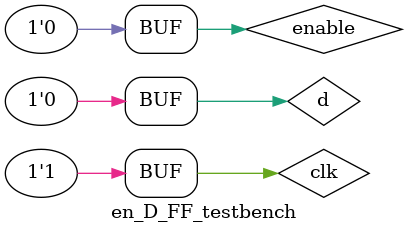
<source format=sv>
`timescale 1ns/10ps

module en_D_FF (q, d, enable, clk);
		output logic q;
		input logic d, enable, clk;
		
		logic muxOut;
		
		logic clk_enable;
		
		//Add mux to D_FF to ensure new value d is only written
		//if enable is 1, otherwise output send old value to d of D_FF.
		mux2_1 m (.out(muxOut), .in({d,q}), .sel(enable));
		D_FF d_ff (.q, .d(muxOut), .reset(1'b0), .clk);
		
endmodule

module en_D_FF_testbench();
		logic q, d, enable, clk;
		
		en_D_FF dut (.q, .d, .enable, .clk);
		
		initial begin
				d=1; enable=0; clk=0; #10;
				               clk=1; #10;
				     enable=1; clk=0; #10;
				               clk=1; #10;
				               clk=0; #10;
				d=0;           clk=1; #10;
				               clk=0; #10;
				     enable=0; clk=1; #10;
		end
		
endmodule
</source>
